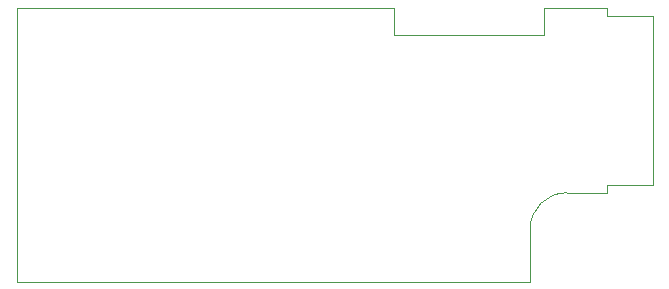
<source format=gm1>
G04 #@! TF.GenerationSoftware,KiCad,Pcbnew,(5.1.4)-1*
G04 #@! TF.CreationDate,2020-04-10T17:06:02+01:00*
G04 #@! TF.ProjectId,buffer,62756666-6572-42e6-9b69-6361645f7063,rev?*
G04 #@! TF.SameCoordinates,Original*
G04 #@! TF.FileFunction,Profile,NP*
%FSLAX46Y46*%
G04 Gerber Fmt 4.6, Leading zero omitted, Abs format (unit mm)*
G04 Created by KiCad (PCBNEW (5.1.4)-1) date 2020-04-10 17:06:02*
%MOMM*%
%LPD*%
G04 APERTURE LIST*
%ADD10C,0.100000*%
G04 APERTURE END LIST*
D10*
X77486060Y-46283880D02*
X77488600Y-46974760D01*
X81405280Y-46283880D02*
X77486060Y-46283880D01*
X81407820Y-45087540D02*
X81405280Y-46283880D01*
X77491140Y-31981140D02*
X77488600Y-31328360D01*
X81407820Y-31981140D02*
X77491140Y-31981140D01*
X81407820Y-33314640D02*
X81407820Y-31981140D01*
X81407820Y-33314640D02*
X81407820Y-45087540D01*
X74135799Y-46974760D02*
X77488600Y-46974760D01*
X71011181Y-50048160D02*
X71011600Y-54493160D01*
X72154600Y-31328360D02*
X77488600Y-31328360D01*
X27526800Y-54493160D02*
X71011600Y-54493160D01*
X72154600Y-33588960D02*
X72154600Y-31328360D01*
X71367200Y-33588960D02*
X72154600Y-33588960D01*
X71367200Y-33588960D02*
X59480000Y-33588960D01*
X59480000Y-33588960D02*
X59480000Y-32826960D01*
X59480000Y-31302960D02*
X59480000Y-32826960D01*
X27526800Y-31302960D02*
X59480000Y-31302960D01*
X27526800Y-31302960D02*
X27526800Y-54493160D01*
X71011181Y-50048160D02*
G75*
G02X74135799Y-46974760I3073819J1D01*
G01*
M02*

</source>
